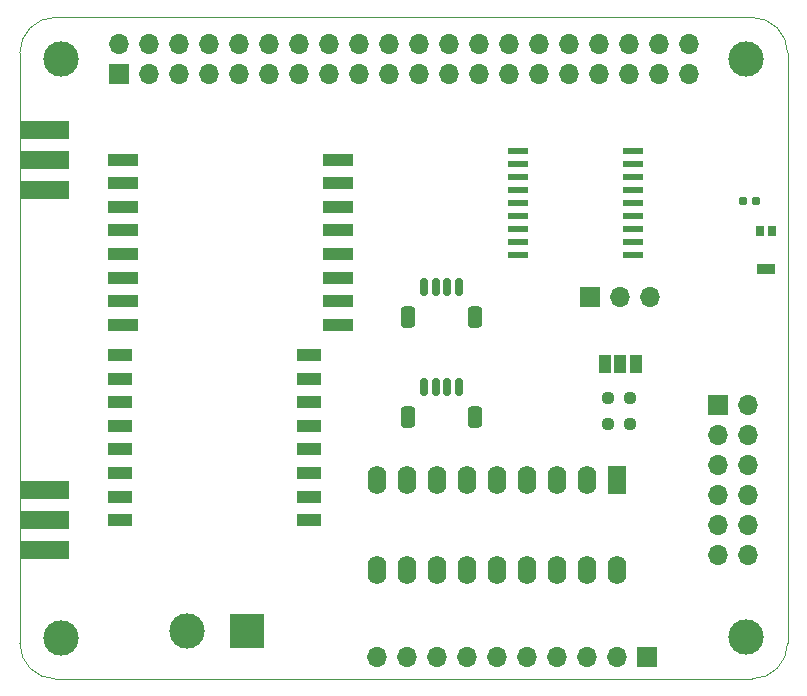
<source format=gbr>
G04 #@! TF.GenerationSoftware,KiCad,Pcbnew,6.0.2+dfsg-1*
G04 #@! TF.CreationDate,2022-08-30T21:57:41-05:00*
G04 #@! TF.ProjectId,BaseStationHAT,42617365-5374-4617-9469-6f6e4841542e,rev?*
G04 #@! TF.SameCoordinates,Original*
G04 #@! TF.FileFunction,Soldermask,Top*
G04 #@! TF.FilePolarity,Negative*
%FSLAX46Y46*%
G04 Gerber Fmt 4.6, Leading zero omitted, Abs format (unit mm)*
G04 Created by KiCad (PCBNEW 6.0.2+dfsg-1) date 2022-08-30 21:57:41*
%MOMM*%
%LPD*%
G01*
G04 APERTURE LIST*
G04 Aperture macros list*
%AMRoundRect*
0 Rectangle with rounded corners*
0 $1 Rounding radius*
0 $2 $3 $4 $5 $6 $7 $8 $9 X,Y pos of 4 corners*
0 Add a 4 corners polygon primitive as box body*
4,1,4,$2,$3,$4,$5,$6,$7,$8,$9,$2,$3,0*
0 Add four circle primitives for the rounded corners*
1,1,$1+$1,$2,$3*
1,1,$1+$1,$4,$5*
1,1,$1+$1,$6,$7*
1,1,$1+$1,$8,$9*
0 Add four rect primitives between the rounded corners*
20,1,$1+$1,$2,$3,$4,$5,0*
20,1,$1+$1,$4,$5,$6,$7,0*
20,1,$1+$1,$6,$7,$8,$9,0*
20,1,$1+$1,$8,$9,$2,$3,0*%
%AMOutline4P*
0 Free polygon, 4 corners , with rotation*
0 The origin of the aperture is its center*
0 number of corners: always 4*
0 $1 to $8 corner X, Y*
0 $9 Rotation angle, in degrees counterclockwise*
0 create outline with 4 corners*
4,1,4,$1,$2,$3,$4,$5,$6,$7,$8,$1,$2,$9*%
G04 Aperture macros list end*
G04 #@! TA.AperFunction,Profile*
%ADD10C,0.100000*%
G04 #@! TD*
%ADD11C,3.000000*%
%ADD12RoundRect,0.237500X0.250000X0.237500X-0.250000X0.237500X-0.250000X-0.237500X0.250000X-0.237500X0*%
%ADD13RoundRect,0.155000X-0.212500X-0.155000X0.212500X-0.155000X0.212500X0.155000X-0.212500X0.155000X0*%
%ADD14RoundRect,0.150000X0.150000X0.625000X-0.150000X0.625000X-0.150000X-0.625000X0.150000X-0.625000X0*%
%ADD15RoundRect,0.250000X0.350000X0.650000X-0.350000X0.650000X-0.350000X-0.650000X0.350000X-0.650000X0*%
%ADD16R,1.600000X2.400000*%
%ADD17O,1.600000X2.400000*%
%ADD18R,1.700000X1.700000*%
%ADD19O,1.700000X1.700000*%
%ADD20R,1.000000X1.500000*%
%ADD21R,4.060000X1.520000*%
%ADD22R,3.000000X3.000000*%
%ADD23R,2.000000X1.000000*%
%ADD24R,1.800000X0.600000*%
%ADD25Outline4P,-0.400000X-0.325000X0.400000X-0.325000X0.400000X0.325000X-0.400000X0.325000X90.000000*%
%ADD26Outline4P,-0.400000X-0.800000X0.400000X-0.800000X0.400000X0.800000X-0.400000X0.800000X90.000000*%
%ADD27R,2.500000X1.000000*%
%ADD28RoundRect,0.237500X-0.250000X-0.237500X0.250000X-0.237500X0.250000X0.237500X-0.250000X0.237500X0*%
G04 APERTURE END LIST*
D10*
X143546356Y-113817611D02*
X143546356Y-63817611D01*
X78546356Y-63817611D02*
X78546356Y-113817611D01*
X140546356Y-116817611D02*
G75*
G03*
X143546356Y-113817611I-1J3000001D01*
G01*
X140546356Y-60817611D02*
X81546356Y-60817611D01*
X81546356Y-116817611D02*
X140546356Y-116817611D01*
X143546356Y-63817611D02*
G75*
G03*
X140546356Y-60817611I-3000001J-1D01*
G01*
X81546356Y-60817611D02*
G75*
G03*
X78546356Y-63817611I1J-3000001D01*
G01*
X78546356Y-113817611D02*
G75*
G03*
X81546356Y-116817611I3000001J1D01*
G01*
D11*
X82040000Y-64310000D03*
X140040000Y-64330000D03*
X82040000Y-113320000D03*
X140030000Y-113310000D03*
D12*
X130212500Y-95200000D03*
X128387500Y-95200000D03*
D13*
X139733572Y-76351330D03*
X140868572Y-76351330D03*
D14*
X115750000Y-83675000D03*
X114750000Y-83675000D03*
X113750000Y-83675000D03*
X112750000Y-83675000D03*
D15*
X117050000Y-86200000D03*
X111450000Y-86200000D03*
D16*
X129100000Y-99975000D03*
D17*
X126560000Y-99975000D03*
X124020000Y-99975000D03*
X121480000Y-99975000D03*
X118940000Y-99975000D03*
X116400000Y-99975000D03*
X113860000Y-99975000D03*
X111320000Y-99975000D03*
X108780000Y-99975000D03*
X108780000Y-107595000D03*
X111320000Y-107595000D03*
X113860000Y-107595000D03*
X116400000Y-107595000D03*
X118940000Y-107595000D03*
X121480000Y-107595000D03*
X124020000Y-107595000D03*
X126560000Y-107595000D03*
X129100000Y-107595000D03*
D18*
X131640000Y-114975000D03*
D19*
X129100000Y-114975000D03*
X126560000Y-114975000D03*
X124020000Y-114975000D03*
X121480000Y-114975000D03*
X118940000Y-114975000D03*
X116400000Y-114975000D03*
X113860000Y-114975000D03*
X111320000Y-114975000D03*
X108780000Y-114975000D03*
D20*
X128100000Y-90150000D03*
X129400000Y-90150000D03*
X130700000Y-90150000D03*
D21*
X80657500Y-103400000D03*
X80657500Y-100860000D03*
X80657500Y-105940000D03*
D22*
X97800000Y-112800000D03*
D11*
X92720000Y-112800000D03*
D23*
X87000000Y-89400000D03*
X87000000Y-91400000D03*
X87000000Y-93400000D03*
X87000000Y-95400000D03*
X87000000Y-97400000D03*
X87000000Y-99400000D03*
X87000000Y-101400000D03*
X87000000Y-103400000D03*
X103000000Y-103400000D03*
X103000000Y-101400000D03*
X103000000Y-99400000D03*
X103000000Y-97400000D03*
X103000000Y-95400000D03*
X103000000Y-93400000D03*
X103000000Y-91400000D03*
X103000000Y-89400000D03*
D24*
X120750000Y-72150000D03*
X120750000Y-73250000D03*
X120750000Y-74350000D03*
X120750000Y-75450000D03*
X120750000Y-76550000D03*
X120750000Y-77650000D03*
X120750000Y-78750000D03*
X120750000Y-79850000D03*
X120750000Y-80950000D03*
X130450000Y-72150000D03*
X130450000Y-73250000D03*
X130450000Y-74350000D03*
X130450000Y-75450000D03*
X130450000Y-76550000D03*
X130450000Y-77650000D03*
X130450000Y-78750000D03*
X130450000Y-79850000D03*
X130450000Y-80950000D03*
D18*
X137700000Y-93600000D03*
D19*
X140240000Y-93600000D03*
X137700000Y-96140000D03*
X140240000Y-96140000D03*
X137700000Y-98680000D03*
X140240000Y-98680000D03*
X137700000Y-101220000D03*
X140240000Y-101220000D03*
X137700000Y-103760000D03*
X140240000Y-103760000D03*
X137700000Y-106300000D03*
X140240000Y-106300000D03*
D14*
X115750000Y-92125000D03*
X114750000Y-92125000D03*
X113750000Y-92125000D03*
X112750000Y-92125000D03*
D15*
X117050000Y-94650000D03*
X111450000Y-94650000D03*
D25*
X141250000Y-78900000D03*
X142250000Y-78900000D03*
D26*
X141750000Y-82100000D03*
D18*
X126850000Y-84450000D03*
D19*
X129390000Y-84450000D03*
X131930000Y-84450000D03*
D21*
X80657500Y-72850000D03*
X80657500Y-75390000D03*
X80657500Y-70310000D03*
D27*
X105450000Y-86850000D03*
X105450000Y-84850000D03*
X105450000Y-82850000D03*
X105450000Y-80850000D03*
X105450000Y-78850000D03*
X105450000Y-76850000D03*
X105450000Y-74850000D03*
X105450000Y-72850000D03*
X87250000Y-72850000D03*
X87250000Y-74850000D03*
X87250000Y-76850000D03*
X87250000Y-78850000D03*
X87250000Y-80850000D03*
X87250000Y-82850000D03*
X87250000Y-84850000D03*
X87250000Y-86850000D03*
D28*
X128387500Y-93000000D03*
X130212500Y-93000000D03*
D18*
X86920000Y-65590000D03*
D19*
X86920000Y-63050000D03*
X89460000Y-65590000D03*
X89460000Y-63050000D03*
X92000000Y-65590000D03*
X92000000Y-63050000D03*
X94540000Y-65590000D03*
X94540000Y-63050000D03*
X97080000Y-65590000D03*
X97080000Y-63050000D03*
X99620000Y-65590000D03*
X99620000Y-63050000D03*
X102160000Y-65590000D03*
X102160000Y-63050000D03*
X104700000Y-65590000D03*
X104700000Y-63050000D03*
X107240000Y-65590000D03*
X107240000Y-63050000D03*
X109780000Y-65590000D03*
X109780000Y-63050000D03*
X112320000Y-65590000D03*
X112320000Y-63050000D03*
X114860000Y-65590000D03*
X114860000Y-63050000D03*
X117400000Y-65590000D03*
X117400000Y-63050000D03*
X119940000Y-65590000D03*
X119940000Y-63050000D03*
X122480000Y-65590000D03*
X122480000Y-63050000D03*
X125020000Y-65590000D03*
X125020000Y-63050000D03*
X127560000Y-65590000D03*
X127560000Y-63050000D03*
X130100000Y-65590000D03*
X130100000Y-63050000D03*
X132640000Y-65590000D03*
X132640000Y-63050000D03*
X135180000Y-65590000D03*
X135180000Y-63050000D03*
M02*

</source>
